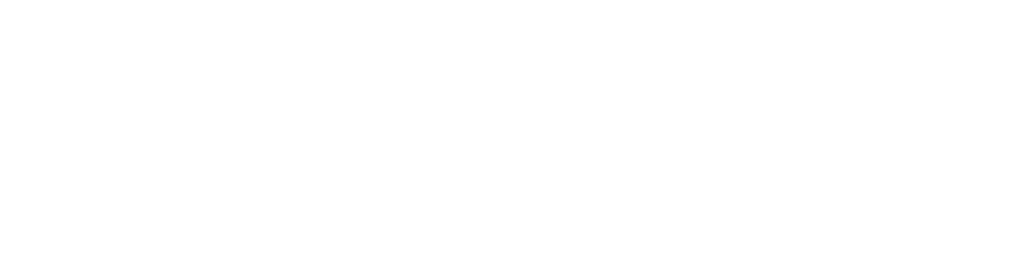
<source format=kicad_pcb>
(kicad_pcb (version 20240108) (generator pcbnew)
  (layers (0 "F.Cu" signal) (31 "B.Cu" signal) (34 "B.Paste" user) (35 "F.Paste" user) (36 "B.SilkS" user "B.Silkscreen") (37 "F.SilkS" user "F.Silkscreen") (38 "B.Mask" user) (39 "F.Mask" user) (44 "Edge.Cuts" user))
  (net 0 "")
  (footprint "MountingHole_4.3x6.2mm_M4_Pad_Via" (layer "F.Cu") (at 0 0)
    (property "Reference" "REF**")
    (property "Value" "MountingHole_4.3x6.2mm_M4_Pad_Via")
    (pad "1" thru_hole circle (at -4.15 0) (size 0.9 0.9) (drill 0.6) (layers *.Cu *.Mask) (remove_unused_layers))
    (pad "1" thru_hole circle (at -3.801 -1.45) (size 0.9 0.9) (drill 0.6) (layers *.Cu *.Mask) (remove_unused_layers))
    (pad "1" thru_hole circle (at -3.801 1.45) (size 0.9 0.9) (drill 0.6) (layers *.Cu *.Mask) (remove_unused_layers))
    (pad "1" thru_hole circle (at -2.92 -2.521) (size 0.9 0.9) (drill 0.6) (layers *.Cu *.Mask) (remove_unused_layers))
    (pad "1" thru_hole circle (at -2.92 2.521) (size 0.9 0.9) (drill 0.6) (layers *.Cu *.Mask) (remove_unused_layers))
    (pad "1" thru_hole circle (at -1.505 -3.151) (size 0.9 0.9) (drill 0.6) (layers *.Cu *.Mask) (remove_unused_layers))
    (pad "1" thru_hole circle (at -1.505 3.151) (size 0.9 0.9) (drill 0.6) (layers *.Cu *.Mask) (remove_unused_layers))
    (pad "1" thru_hole circle (at 0 -3.225) (size 0.9 0.9) (drill 0.6) (layers *.Cu *.Mask) (remove_unused_layers))
    (pad "1" thru_hole oval (at 0 0) (size 10.4 8.6) (drill oval 6.2 4.3) (layers *.Cu *.Mask) (remove_unused_layers))
    (pad "1" thru_hole circle (at 0 3.225) (size 0.9 0.9) (drill 0.6) (layers *.Cu *.Mask) (remove_unused_layers))
    (pad "1" thru_hole circle (at 1.505 -3.151) (size 0.9 0.9) (drill 0.6) (layers *.Cu *.Mask) (remove_unused_layers))
    (pad "1" thru_hole circle (at 1.505 3.151) (size 0.9 0.9) (drill 0.6) (layers *.Cu *.Mask) (remove_unused_layers))
    (pad "1" thru_hole circle (at 2.92 -2.521) (size 0.9 0.9) (drill 0.6) (layers *.Cu *.Mask) (remove_unused_layers))
    (pad "1" thru_hole circle (at 2.92 2.521) (size 0.9 0.9) (drill 0.6) (layers *.Cu *.Mask) (remove_unused_layers))
    (pad "1" thru_hole circle (at 3.801 -1.45) (size 0.9 0.9) (drill 0.6) (layers *.Cu *.Mask) (remove_unused_layers))
    (pad "1" thru_hole circle (at 3.801 1.45) (size 0.9 0.9) (drill 0.6) (layers *.Cu *.Mask) (remove_unused_layers))
    (pad "1" thru_hole circle (at 4.15 0) (size 0.9 0.9) (drill 0.6) (layers *.Cu *.Mask) (remove_unused_layers))
  )
)
</source>
